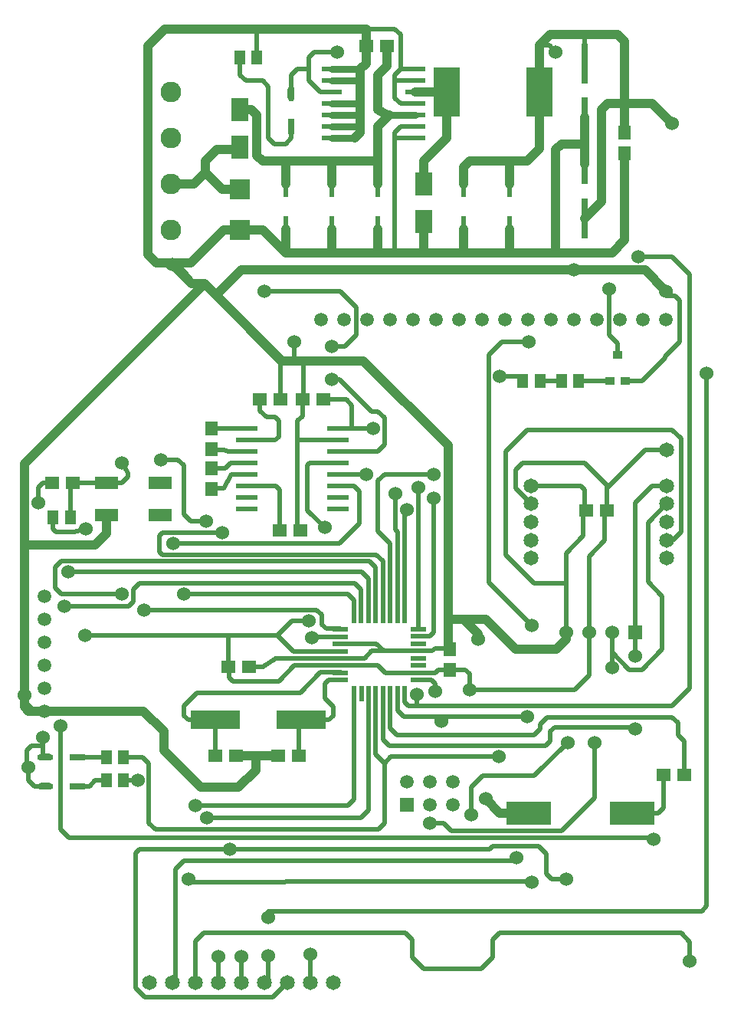
<source format=gbr>
G04 DipTrace 2.1.0.5*
%INTopCopper.gbr*%
%MOIN*%
%ADD10C,0.0098*%
%ADD11C,0.0055*%
%ADD12C,0.003*%
%ADD13C,0.0197*%
%ADD14C,0.02*%
%ADD15C,0.04*%
%ADD16C,0.0295*%
%ADD17C,0.0394*%
%ADD18C,0.0013*%
%ADD19C,0.0187*%
%ADD20R,0.0709X0.0197*%
%ADD21R,0.0197X0.0709*%
%ADD22R,0.2165X0.0787*%
%ADD23R,0.02X0.1181*%
%ADD24R,0.06X0.056*%
%ADD25R,0.0295X0.1772*%
%ADD26R,0.056X0.06*%
%ADD27R,0.1969X0.0984*%
%ADD28C,0.059*%
%ADD29C,0.065*%
%ADD30C,0.0039*%
%ADD31R,0.0433X0.0354*%
%ADD32R,0.0394X0.0354*%
%ADD33R,0.0925X0.0236*%
%ADD34C,0.09*%
%ADD35R,0.1024X0.0551*%
%ADD36R,0.0512X0.0591*%
%ADD37R,0.06X0.06*%
%ADD38C,0.06*%
%ADD39R,0.0906X0.0906*%
%ADD40R,0.118X0.217*%
%ADD41R,0.0866X0.0236*%
%ADD42R,0.0728X0.1004*%
%ADD43R,0.07X0.03*%
%ADD44O,0.07X0.03*%
%ADD45R,0.03X0.07*%
%ADD46O,0.03X0.07*%
%ADD47R,0.059X0.059*%
%ADD48C,0.059*%
%ADD49C,0.03*%
%ADD50C,0.1181*%
%ADD51C,0.035*%
%ADD52C,0.0354*%
%ADD53C,0.05*%
%ADD54C,0.008*%
%ADD55C,0.068*%
%ADD56C,0.052*%
%ADD57C,0.067*%
%ADD58C,0.051*%
%ADD59R,0.067X0.067*%
%ADD60R,0.051X0.051*%
%ADD61O,0.038X0.078*%
%ADD62O,0.022X0.062*%
%ADD63R,0.038X0.078*%
%ADD64R,0.022X0.062*%
%ADD65O,0.078X0.038*%
%ADD66O,0.062X0.022*%
%ADD67R,0.078X0.038*%
%ADD68R,0.062X0.022*%
%ADD69R,0.0809X0.1084*%
%ADD70R,0.0648X0.0924*%
%ADD71R,0.0946X0.0317*%
%ADD72R,0.0786X0.0156*%
%ADD73R,0.126X0.225*%
%ADD74R,0.11X0.209*%
%ADD75R,0.0986X0.0986*%
%ADD76R,0.0825X0.0825*%
%ADD77R,0.068X0.068*%
%ADD78R,0.052X0.052*%
%ADD79R,0.0592X0.0671*%
%ADD80R,0.0431X0.051*%
%ADD81R,0.1104X0.0631*%
%ADD82R,0.0943X0.0471*%
%ADD83C,0.098*%
%ADD84C,0.082*%
%ADD85R,0.1006X0.0317*%
%ADD86R,0.0845X0.0156*%
%ADD87R,0.0474X0.0435*%
%ADD88R,0.0313X0.0274*%
%ADD89R,0.0513X0.0435*%
%ADD90R,0.0353X0.0274*%
%ADD91C,0.073*%
%ADD92C,0.057*%
%ADD93C,0.067*%
%ADD94C,0.051*%
%ADD95R,0.2049X0.1065*%
%ADD96R,0.1888X0.0904*%
%ADD97R,0.064X0.068*%
%ADD98R,0.048X0.052*%
%ADD99R,0.0376X0.1852*%
%ADD100R,0.0215X0.1691*%
%ADD101R,0.068X0.064*%
%ADD102R,0.052X0.048*%
%ADD103R,0.028X0.1261*%
%ADD104R,0.012X0.1101*%
%ADD105R,0.2246X0.0868*%
%ADD106R,0.2085X0.0707*%
%ADD107R,0.0277X0.0789*%
%ADD108R,0.0117X0.0628*%
%ADD109R,0.0789X0.0277*%
%ADD110R,0.0628X0.0117*%
%ADD111C,0.0093*%
%ADD112C,0.0124*%
%FSLAX44Y44*%
%SFA1B1*%
%OFA0B0*%
G04*
G70*
G90*
G75*
G01*
%LNTop*%
%LPD*%
X22690Y5438D2*
D13*
X22717Y5465D1*
X11999D1*
X11972Y5438D1*
X7751D1*
Y5563D1*
X20064Y8376D2*
Y9563D1*
X20564Y10064D1*
X22815D1*
X24252Y11501D1*
X4875Y23690D2*
X5125Y23252D1*
Y23065D1*
X4875Y22815D1*
X4188D1*
X4878Y17973D2*
X2250D1*
X1974Y18249D1*
Y19131D1*
X2250Y19408D1*
X15632D1*
X15909Y19131D1*
Y17033D1*
X2750Y22815D2*
D14*
X2623Y22688D1*
Y21315D1*
X4188Y22815D2*
X2750D1*
X16400Y41812D2*
D15*
Y40962D1*
X16000Y40562D1*
Y39062D1*
X16400Y38812D1*
X16500D1*
X16000Y38312D1*
Y36812D1*
X14000D1*
X12000D1*
X11000D1*
X10750Y37062D1*
Y38812D1*
X10500Y39062D1*
X10000D1*
X14000Y35812D2*
Y36812D1*
X16500Y38812D2*
D3*
D16*
X17621D1*
X12000Y36812D2*
D15*
Y35812D1*
X16000Y36812D2*
Y35812D1*
X14000Y36812D2*
D3*
X21750Y35812D2*
Y36812D1*
X22500D1*
X23037Y37349D1*
Y39812D1*
X12250Y39732D2*
D14*
Y40562D1*
X12500Y40812D1*
X13000D1*
Y40312D1*
X13500Y39812D1*
X13999D1*
X25000Y41062D2*
Y42312D1*
X26750Y38062D2*
D15*
Y39317D1*
X26004D1*
X25750Y39062D1*
Y35062D1*
X25000Y34312D1*
X21315Y27440D2*
D14*
X22315D1*
Y27253D1*
X21750Y36812D2*
D15*
X20000D1*
X19750Y36562D1*
Y35812D1*
X14250Y41562D2*
D14*
X13248D1*
X13000Y41314D1*
Y40812D1*
X23037Y39812D2*
D15*
Y41849D1*
X23500Y42312D1*
X25000D1*
X23750Y41562D2*
D14*
X23462Y41849D1*
X23037D1*
X25000Y42312D2*
D15*
X26445D1*
X26750Y42007D1*
Y39317D1*
D17*
X27940D1*
X28815Y38441D1*
X13626Y26440D2*
D14*
X14626D1*
X14876Y26190D1*
Y25190D1*
X15814D1*
X14876D2*
Y25170D1*
X14271D1*
X22671Y21896D2*
X22002Y22565D1*
Y23377D1*
X22315Y23690D1*
X25002D1*
X25965Y22727D1*
Y22590D1*
Y21627D1*
X3259Y16189D2*
D13*
X9501D1*
X11626D1*
X12251Y16814D1*
X13001D1*
X9488Y14802D2*
D14*
X9519Y14905D1*
Y14359D1*
X9688Y14189D1*
X11689D1*
X12364Y14864D1*
X14376D1*
X25965Y22590D2*
X27633Y24258D1*
X28577D1*
X1437Y11751D2*
D13*
Y10876D1*
X1518D1*
X796Y10448D2*
Y9892D1*
X1063Y9626D1*
X1518D1*
X11626Y16189D2*
X12321Y15494D1*
X14376D1*
X20002Y13814D2*
Y14501D1*
X19813Y14691D1*
X19128D1*
X25190Y16314D2*
D14*
Y14439D1*
X24565Y13814D1*
X20002D1*
X25965Y21627D2*
X25878Y21540D1*
Y20315D1*
X25190Y19627D1*
Y16314D1*
X17762Y14556D2*
X18493D1*
X18629Y14691D1*
X19128D1*
X14376Y14864D2*
X16014D1*
X16322Y14556D1*
X17762D1*
X3313Y20815D2*
D13*
X2807Y20690D1*
X2000D1*
X1875Y20815D1*
Y21315D1*
X1437Y11751D2*
Y11376D1*
X937D1*
X750Y11189D1*
Y10448D1*
X796D1*
X9488Y14802D2*
Y16189D1*
X12000Y33844D2*
D15*
Y32812D1*
X14000D1*
X16000D1*
X16750D1*
X18000D1*
X19750D1*
X21750D1*
X26000D1*
X23750D1*
Y37312D1*
X24000Y37562D1*
X25000D1*
Y38700D1*
X14271Y24670D2*
D13*
X12501D1*
Y25503D1*
X12726Y25727D1*
Y26440D1*
X4188Y21398D2*
D15*
Y20627D1*
X3688Y20127D1*
X625D1*
Y23635D1*
X8465Y31476D1*
X8970Y30971D1*
X10065Y32066D1*
X24543D1*
X27628D1*
X28543Y31150D1*
X13999Y37812D2*
D16*
X15000D1*
D15*
X15250Y38062D1*
Y38312D1*
Y38812D1*
Y39312D1*
Y40312D1*
Y40812D1*
D16*
X13999D1*
X17621Y38312D2*
D14*
X17000D1*
X16750Y38062D1*
Y37812D1*
Y32812D1*
X13999Y38812D2*
D16*
X15250D1*
X13999Y39312D2*
X15250D1*
X13999Y40312D2*
X15250D1*
X10750Y41312D2*
D14*
Y42562D1*
D15*
X15500D1*
D14*
X16750D1*
X17000Y42312D1*
Y40812D1*
X16750Y40562D1*
Y40312D1*
Y39562D1*
X17000Y39312D1*
X17621D1*
X18000Y34178D2*
D15*
Y32812D1*
X17621Y40812D2*
D14*
X17000D1*
X12000Y32812D2*
D15*
X11000Y33812D1*
X10000D1*
X21750Y33844D2*
Y32812D1*
X20377Y16002D2*
Y16249D1*
X19749Y16877D1*
X20689D1*
X22002Y15564D1*
X23752D1*
X24190Y16002D1*
Y16314D1*
X625Y20127D2*
Y13564D1*
Y13064D1*
X808Y12881D1*
X1500D1*
X12501Y24670D2*
D13*
Y20752D1*
X12626D1*
X10388Y14802D2*
X10989D1*
X11564Y15189D1*
X14376Y15179D1*
X14000Y32812D2*
D15*
Y33844D1*
X16000Y32812D2*
Y33844D1*
X19750Y32812D2*
Y33844D1*
X15250Y38312D2*
D3*
D16*
X13999D1*
X15500Y42562D2*
D15*
Y41812D1*
X17762Y15501D2*
D13*
X16252D1*
X15944Y15809D1*
X14376D1*
X20689Y9063D2*
D15*
X21315Y8438D1*
X22565D1*
X26000Y32812D2*
X26186D1*
X26750Y33376D1*
Y37162D1*
X16750Y37812D2*
D14*
X17621D1*
X16750Y40312D2*
X17621D1*
X25000Y37562D2*
D15*
Y36674D1*
X1500Y12881D2*
X5809D1*
X6688Y12001D1*
Y11189D1*
X8313Y9563D1*
X9938D1*
X10688Y10314D1*
Y10938D1*
X9838D1*
X25065Y21627D2*
D13*
X25002Y21690D1*
Y22502D1*
X24821Y22683D1*
X22671D1*
X24190Y16314D2*
Y18439D1*
Y19752D1*
X24940Y20502D1*
Y21502D1*
X25065Y21627D1*
X12726Y26440D2*
D15*
X12751Y26465D1*
D13*
Y28128D1*
D15*
X12376D1*
X11814D1*
X15376D1*
X19064Y24440D1*
Y16877D1*
X19749D1*
X11814Y28128D2*
X8970Y30971D1*
X7063Y32316D2*
X7903Y31476D1*
X8465D1*
X7000Y33812D2*
Y33810D1*
X11776Y26440D2*
D13*
X11751Y26465D1*
D15*
X11776Y26440D1*
X10688Y10938D2*
X11664D1*
X19128Y15591D2*
X19064Y15654D1*
Y16877D1*
X17762Y15501D2*
D13*
X18376D1*
X18502Y15627D1*
X19092D1*
X19128Y15591D1*
X14376Y15179D2*
X15429D1*
X15750Y15501D1*
X17762D1*
X15500Y41812D2*
D15*
Y41062D1*
X15250Y40812D1*
X18000Y32812D2*
D3*
X26000D2*
D3*
X8970Y30971D2*
X11751Y28190D1*
D13*
Y26465D1*
X8465Y31476D2*
D15*
D3*
X15250Y38812D2*
D3*
Y39312D2*
D3*
Y40312D2*
D3*
X17000Y40812D2*
D14*
D3*
X625Y13564D2*
D15*
Y13189D1*
X937Y12876D1*
X1496D1*
X1500Y12881D1*
X28577Y20321D2*
D13*
X28822D1*
X29190Y20690D1*
Y24753D1*
X28815Y25128D1*
X22502D1*
X21565Y24190D1*
Y19690D1*
X22815Y18439D1*
X24190D1*
X26783Y27240D2*
X27490D1*
X28503Y28253D1*
Y28315D1*
X29128Y28940D1*
Y30753D1*
X28940Y30941D1*
X28543D1*
Y31150D1*
X10000Y33812D2*
D15*
X9309D1*
X7876Y32378D1*
X7145D1*
X7903Y31476D1*
X10750Y42562D2*
X6750D1*
X6000Y41812D1*
Y32754D1*
X6375Y32378D1*
X7124D1*
X7903Y31476D1*
X12376Y28128D2*
D13*
Y28940D1*
X10000Y35584D2*
D15*
X9228D1*
X8500Y36312D1*
X7998Y35810D1*
X6997D1*
X10000Y37428D2*
X9750Y37312D1*
X9000D1*
X8500Y36812D1*
Y36312D1*
X11242Y2260D2*
D13*
Y1063D1*
X11064D1*
X30315Y27565D2*
Y4412D1*
X30091Y4188D1*
X11242D1*
Y3915D1*
X16752Y22335D2*
Y20767D1*
X16853Y20665D1*
Y17033D1*
X13064Y2325D2*
Y1063D1*
X18442Y23187D2*
X16292D1*
X16016Y22910D1*
Y20701D1*
X16539Y20178D1*
Y17033D1*
X9064Y2228D2*
Y1063D1*
X9242Y20641D2*
X6639D1*
X6500Y20502D1*
Y19815D1*
X6631Y19684D1*
X15947D1*
X16224Y19408D1*
Y17033D1*
X12064Y1063D2*
X11439Y438D1*
X5877D1*
X5461Y853D1*
Y6718D1*
X5619Y6876D1*
X9563D1*
X20877D1*
X21002Y7001D1*
X23002D1*
X23322Y6681D1*
Y5806D1*
X23565Y5563D1*
X24190D1*
X25440Y11501D2*
Y9126D1*
X24002Y7688D1*
X19189D1*
X18877Y8001D1*
X18252D1*
X17762Y14241D2*
X18325D1*
X18502Y14064D1*
Y13751D1*
X22025Y6517D2*
Y6376D1*
X7563D1*
X7188Y6001D1*
Y1063D1*
X7064D1*
X18442Y22134D2*
Y16317D1*
X18256Y16131D1*
X17762D1*
X29580Y2000D2*
Y2860D1*
X29190Y3250D1*
X21315D1*
X21002Y2938D1*
Y2188D1*
X20502Y1688D1*
X18002D1*
X17502Y2188D1*
Y2938D1*
X17189Y3250D1*
X8438D1*
X8064Y2876D1*
Y1063D1*
X17762Y22614D2*
Y16445D1*
X10064Y2228D2*
Y1063D1*
X17284Y21655D2*
X17168Y21540D1*
Y17033D1*
X8057Y8782D2*
X14693D1*
X14970Y9059D1*
Y13647D1*
X13126Y16064D2*
X13066Y16124D1*
X14376D1*
X5835Y17293D2*
X13335D1*
X13564Y17064D1*
Y16659D1*
X13756Y16466D1*
X14376D1*
Y16439D1*
X7578Y17973D2*
X14687D1*
X14964Y17696D1*
Y17033D1*
X16860Y13647D2*
Y12913D1*
X17137Y12636D1*
X18752D1*
Y12439D1*
X22690Y16627D2*
X20836Y18480D1*
Y28378D1*
X21399Y28940D1*
X22563D1*
X22503Y12636D2*
X18752D1*
X17175Y13647D2*
Y13266D1*
X17326Y13114D1*
X17689D1*
Y13626D1*
X27330Y32646D2*
X28803D1*
X29565Y31884D1*
Y13877D1*
X28803Y13114D1*
X17689D1*
X16545Y13647D2*
Y12130D1*
X16822Y11853D1*
X22792D1*
X23065Y12126D1*
Y12314D1*
X23377Y12626D1*
X28815D1*
X29065Y12376D1*
Y11851D1*
X29340Y11576D1*
Y10126D1*
X12250Y38312D2*
D14*
Y37810D1*
X12001Y37562D1*
X11500D1*
X11250Y37812D1*
Y40062D1*
X11002Y40310D1*
X10252D1*
X10002Y40560D1*
Y41312D1*
X10876Y26440D2*
D13*
Y25945D1*
X11153Y25668D1*
X11523D1*
X11689Y25503D1*
Y24815D1*
X11544Y24670D1*
X10315D1*
X8751Y25190D2*
X10315D1*
Y25170D1*
Y24170D2*
X9501D1*
X9313Y24253D1*
X8751Y24290D1*
X10315Y23670D2*
X9606D1*
X9376Y23440D1*
X8751D1*
X10315Y23170D2*
X9626D1*
X9313Y22565D1*
X8751Y22540D1*
X10315Y22670D2*
X11583D1*
X11726Y22527D1*
Y20752D1*
X14376Y14234D2*
D14*
X13859D1*
X13689Y14064D1*
Y13439D1*
X14064Y13064D1*
Y12689D1*
X13876Y12501D1*
X12678D1*
X12564Y12386D1*
Y10938D1*
X26065Y31253D2*
D13*
Y29253D1*
X26440Y28878D1*
Y28378D1*
X8938Y10938D2*
D14*
Y12501D1*
X7751D1*
X7563Y12689D1*
Y13126D1*
X8126Y13689D1*
X12626D1*
X13501Y14564D1*
X14391D1*
X14376Y14549D1*
X1250Y21940D2*
Y22627D1*
X1437Y22815D1*
X1850D1*
X27065Y8438D2*
D13*
X28190D1*
X28440Y8688D1*
Y10126D1*
X2938Y10876D2*
X4188D1*
Y9876D2*
X3716D1*
X3466Y9626D1*
X2938D1*
X23063Y27253D2*
X24002D1*
X26103Y27240D2*
X25197D1*
X25185Y27253D1*
X24750D1*
X18000Y35812D2*
D15*
Y36812D1*
X19000Y37812D1*
Y39812D1*
X17621D1*
X27190Y15281D2*
D13*
Y16314D1*
Y12126D2*
Y12189D1*
X23690D1*
X23508Y12007D1*
Y11569D1*
X23313Y11375D1*
X16507D1*
X16230Y11651D1*
Y13647D1*
X27190Y16314D2*
Y21940D1*
X27940Y22690D1*
X28570D1*
X28577Y22683D1*
X8535Y21148D2*
X7854D1*
X7563Y21440D1*
Y23565D1*
X7313Y23815D1*
X6563D1*
X13689Y20877D2*
X12939Y21627D1*
Y23565D1*
X13044Y23670D1*
X14271D1*
X14001Y28753D2*
X14564D1*
X15064Y29253D1*
Y30441D1*
X14355Y31149D1*
X11065D1*
X14001Y27315D2*
X14345D1*
X15749Y25912D1*
X16016D1*
X16292Y25635D1*
Y24467D1*
X15996Y24170D1*
X14271D1*
X2521Y18929D2*
X15317D1*
X15594Y18652D1*
Y17033D1*
X2188Y12251D2*
Y7760D1*
X2572Y7376D1*
X28003D1*
Y7313D1*
X26190Y16314D2*
Y14776D1*
Y16314D2*
Y15439D1*
X26940Y14689D1*
X27503D1*
X28378Y15564D1*
Y17877D1*
X27753Y18502D1*
Y21072D1*
X28577Y21896D1*
X15915Y13647D2*
Y11010D1*
X16305Y10620D1*
X16582Y10896D1*
X21269D1*
X15516Y23190D2*
X14271D1*
Y23170D1*
X16305Y10620D2*
Y8027D1*
X16028Y7750D1*
X6327D1*
X6050Y8027D1*
Y10599D1*
X5773Y10876D1*
X4936D1*
X7100Y20163D2*
X14322D1*
X15189Y21030D1*
Y22440D1*
X14958Y22670D1*
X14271D1*
X5572Y9876D2*
X4936D1*
X8563Y8251D2*
X15270D1*
X15600Y8580D1*
Y13647D1*
X2375Y17439D2*
X5161D1*
X5356Y17635D1*
Y18174D1*
X5633Y18451D1*
X15002D1*
X15279Y18174D1*
Y17033D1*
D38*
X28543Y31150D3*
X24543Y32066D3*
X7063Y32316D3*
X12376Y28940D3*
X11242Y2260D3*
X13064Y2325D3*
X9064Y2228D3*
X18252Y8001D3*
X18502Y13751D3*
X9563Y6876D3*
X10064Y2228D3*
X22563Y28940D3*
X27190Y15281D3*
X26190Y14776D3*
X4875Y23690D3*
X4878Y17973D3*
X3259Y16189D3*
X796Y10448D3*
X3313Y20815D3*
X1437Y11751D3*
X21315Y27440D3*
X15814Y25190D3*
X20002Y13814D3*
X13001Y16814D3*
X28815Y38441D3*
X23750Y41562D3*
X14250D3*
X20377Y16002D3*
X20689Y9063D3*
X16752Y22335D3*
X30315Y27565D3*
X11242Y3915D3*
X18442Y23187D3*
X9242Y20641D3*
X18442Y22134D3*
X22025Y6517D3*
X17762Y22614D3*
X17284Y21655D3*
X8057Y8782D3*
X13126Y16064D3*
X5835Y17293D3*
X7578Y17973D3*
X22503Y12636D3*
X22690Y16627D3*
X27330Y32646D3*
X26065Y31253D3*
X1250Y21940D3*
X27190Y12126D3*
X13689Y20877D3*
X8535Y21148D3*
X6563Y23815D3*
X14001Y27315D3*
Y28753D3*
X11065Y31149D3*
X2188Y12251D3*
X28003Y7313D3*
X2521Y18929D3*
X15516Y23190D3*
X21269Y10896D3*
X8563Y8251D3*
X5572Y9876D3*
X7100Y20163D3*
X2375Y17439D3*
X7751Y5563D3*
X22690Y5438D3*
X24252Y11501D3*
X20064Y8376D3*
X24190Y5563D3*
X25440Y11501D3*
X29580Y2000D3*
X18752Y12439D3*
X17689Y13626D3*
X625Y13564D3*
D20*
X14376Y16439D3*
Y16124D3*
Y15809D3*
Y15494D3*
Y15179D3*
Y14864D3*
Y14549D3*
Y14234D3*
D21*
X14970Y13647D3*
X15285D3*
X15600D3*
X15915D3*
X16230D3*
X16545D3*
X16860D3*
X17175D3*
D20*
X17762Y14241D3*
Y14556D3*
Y14871D3*
Y15186D3*
Y15501D3*
Y15816D3*
Y16131D3*
Y16445D3*
D21*
X17168Y17033D3*
X16853D3*
X16539D3*
X16224D3*
X15909D3*
X15594D3*
X15279D3*
X14964D3*
D22*
X8938Y12501D3*
X12678D3*
D23*
X16000Y35812D3*
Y33844D3*
D24*
X16400Y41812D3*
X15500D3*
D25*
X25000Y41062D3*
Y38700D3*
D26*
X26750Y38062D3*
Y37162D3*
D27*
X22565Y8438D3*
X27065D3*
D24*
X28440Y10126D3*
X29340D3*
D28*
X28543Y29920D3*
X27543D3*
X26543D3*
X25543D3*
X24543D3*
X23543D3*
X22543D3*
X21543D3*
X20543D3*
X19543D3*
X18543D3*
X17543D3*
X16543D3*
X15543D3*
X14543D3*
X13543D3*
D29*
X14064Y1063D3*
X13064D3*
X12064D3*
X11064D3*
X10064D3*
X9064D3*
X8064D3*
X7064D3*
X6064D3*
D31*
X26440Y28378D3*
D32*
X26103Y27240D3*
X26783D3*
D33*
X10315Y25170D3*
Y24670D3*
Y24170D3*
Y23670D3*
Y23170D3*
Y22670D3*
Y22170D3*
Y21670D3*
X14271D3*
Y22170D3*
Y22670D3*
Y23170D3*
Y23670D3*
Y24170D3*
Y24670D3*
Y25170D3*
D24*
X13626Y26440D3*
X12726D3*
D26*
X8751Y25190D3*
Y24290D3*
Y23440D3*
Y22540D3*
D24*
X12626Y20752D3*
X11726D3*
X10876Y26440D3*
X11776D3*
D34*
X6997Y39810D3*
Y37810D3*
Y35810D3*
Y33810D3*
D35*
X4188Y22815D3*
Y21398D3*
X6550D3*
Y22815D3*
D28*
X1500Y17881D3*
Y16881D3*
Y15881D3*
Y14881D3*
Y13881D3*
Y12881D3*
D24*
X2750Y22815D3*
X1850D3*
D36*
X1875Y21315D3*
X2623D3*
D24*
X9488Y14802D3*
X10388D3*
D26*
X19128Y14691D3*
Y15591D3*
D37*
X27190Y16314D3*
D38*
X26190D3*
X25190D3*
X24190D3*
D39*
X10000Y33812D3*
Y35584D3*
D40*
X19000Y39812D3*
X23037D3*
D41*
X13999Y40812D3*
Y40312D3*
Y39812D3*
Y39312D3*
Y38812D3*
Y38312D3*
Y37812D3*
X17621D3*
Y38312D3*
Y38812D3*
Y39312D3*
Y39812D3*
Y40312D3*
Y40812D3*
D42*
X18000Y35812D3*
Y34178D3*
D25*
X25000Y34312D3*
Y36674D3*
D23*
X19750Y35812D3*
Y33844D3*
X14000Y35812D3*
Y33844D3*
X12000Y35812D3*
Y33844D3*
X21750Y35812D3*
Y33844D3*
D24*
X8938Y10938D3*
X9838D3*
X12564D3*
X11664D3*
D36*
X4936Y10876D3*
X4188D3*
X4936Y9876D3*
X4188D3*
D43*
X2938Y9626D3*
D44*
X1518D3*
D43*
X2938Y10876D3*
D44*
X1518D3*
D42*
X10000Y39062D3*
Y37428D3*
D36*
X10750Y41312D3*
X10002D3*
D45*
X12250Y38312D3*
D46*
Y39732D3*
D36*
X24002Y27253D3*
X24750D3*
X22315D3*
X23063D3*
D29*
X28577Y24258D3*
Y22683D3*
Y21896D3*
Y21109D3*
Y20321D3*
X22671Y22683D3*
Y21896D3*
Y21109D3*
Y20321D3*
Y19534D3*
X28577D3*
D24*
X25065Y21627D3*
X25965D3*
D47*
X17252Y8813D3*
D48*
Y9813D3*
X18252Y8813D3*
Y9813D3*
X19252Y8813D3*
Y9813D3*
M02*

</source>
